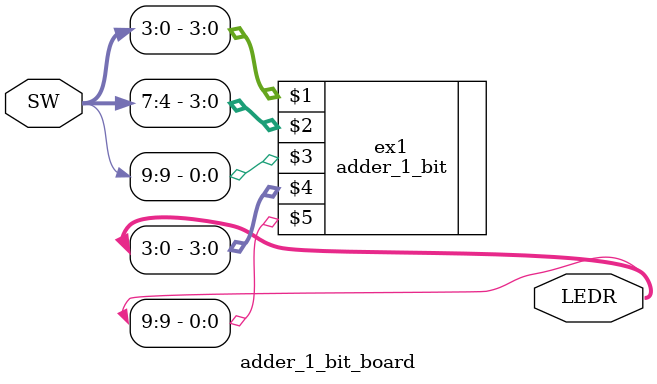
<source format=v>
module adder_1_bit_board(
	input [9:0] SW,
	output [9:0] LEDR);
	
	adder_1_bit ex1(SW[3:0], SW[7:4], SW[9], LEDR[3:0], LEDR[9]);
	
endmodule
</source>
